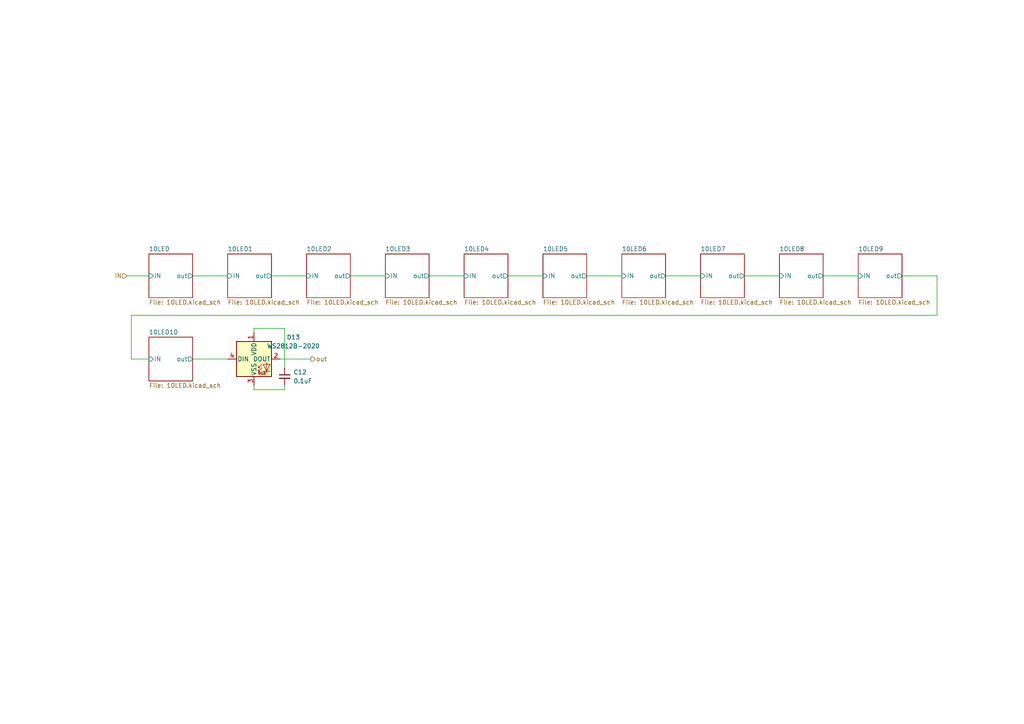
<source format=kicad_sch>
(kicad_sch (version 20231120) (generator "eeschema") (generator_version "8.0")
  (paper "A4")
  (title_block (title "SONY Speaker LED Small") (company "ProductYZ"))
  (lib_symbols
    (symbol "Device:C_Small" (pin_numbers hide) (pin_names (offset 0.254) hide)
      (property "Reference" "C" (at 0.254 1.778 0))
      (property "Value" "C_Small" (at 0.254 -2.032 0))
      (symbol "C_Small_0_1"
        (polyline (pts (xy -1.524 -0.508) (xy 1.524 -0.508)) (stroke (width 0.3302)))
        (polyline (pts (xy -1.524 0.508) (xy 1.524 0.508)) (stroke (width 0.3048)))
      )
      (symbol "C_Small_1_1"
        (pin passive line (at 0 2.54 270) (length 2.032) (name "~") (number "1"))
        (pin passive line (at 0 -2.54 90) (length 2.032) (name "~") (number "2"))
      )
    )
    (symbol "LED:WS2812B" (pin_names (offset 0.254))
      (property "Reference" "D" (at 5.08 5.715 0))
      (property "Value" "WS2812B" (at 1.27 -5.715 0))
      (symbol "WS2812B_0_0"
        (text "RGB" (at 2.286 -4.191 0) (effects (font (size 0.762 0.762))))
      )
      (symbol "WS2812B_0_1"
        (polyline (pts (xy 1.27 -3.556) (xy 1.778 -3.556)))
        (polyline (pts (xy 1.27 -2.54) (xy 1.778 -2.54)))
        (polyline (pts (xy 4.699 -3.556) (xy 2.667 -3.556)))
        (polyline (pts (xy 2.286 -2.54) (xy 1.27 -3.556) (xy 1.27 -3.048)))
        (polyline (pts (xy 2.286 -1.524) (xy 1.27 -2.54) (xy 1.27 -2.032)))
        (polyline (pts (xy 3.683 -1.016) (xy 3.683 -3.556) (xy 3.683 -4.064)))
        (polyline (pts (xy 4.699 -1.524) (xy 2.667 -1.524) (xy 3.683 -3.556) (xy 4.699 -1.524)))
        (rectangle (start 5.08 5.08) (end -5.08 -5.08) (stroke (width 0.254)) (fill (type background)))
      )
      (symbol "WS2812B_1_1"
        (pin power_in line (at 0 7.62 270) (length 2.54) (name "VDD") (number "1"))
        (pin output line (at 7.62 0 180) (length 2.54) (name "DOUT") (number "2"))
        (pin power_in line (at 0 -7.62 90) (length 2.54) (name "VSS") (number "3"))
        (pin input line (at -7.62 0 0) (length 2.54) (name "DIN") (number "4"))
      )
    )
  )
  (wire (pts (xy 101.6 80.01) (xy 111.76 80.01)))
  (wire (pts (xy 36.83 80.01) (xy 43.18 80.01)))
  (wire (pts (xy 81.28 104.14) (xy 90.17 104.14)))
  (wire (pts (xy 38.1 91.44) (xy 38.1 104.14)))
  (wire (pts (xy 73.66 111.76) (xy 73.66 113.03)))
  (wire (pts (xy 55.88 104.14) (xy 66.04 104.14)))
  (wire (pts (xy 82.55 113.03) (xy 82.55 111.76)))
  (wire (pts (xy 124.46 80.01) (xy 134.62 80.01)))
  (wire (pts (xy 38.1 104.14) (xy 43.18 104.14)))
  (wire (pts (xy 73.66 95.25) (xy 82.55 95.25)))
  (wire (pts (xy 55.88 80.01) (xy 66.04 80.01)))
  (wire (pts (xy 238.76 80.01) (xy 248.92 80.01)))
  (wire (pts (xy 261.62 80.01) (xy 271.78 80.01)))
  (wire (pts (xy 170.18 80.01) (xy 180.34 80.01)))
  (wire (pts (xy 147.32 80.01) (xy 157.48 80.01)))
  (wire (pts (xy 271.78 80.01) (xy 271.78 91.44)))
  (wire (pts (xy 73.66 113.03) (xy 82.55 113.03)))
  (wire (pts (xy 78.74 80.01) (xy 88.9 80.01)))
  (wire (pts (xy 193.04 80.01) (xy 203.2 80.01)))
  (wire (pts (xy 82.55 95.25) (xy 82.55 106.68)))
  (wire (pts (xy 215.9 80.01) (xy 226.06 80.01)))
  (wire (pts (xy 271.78 91.44) (xy 38.1 91.44)))
  (wire (pts (xy 73.66 96.52) (xy 73.66 95.25)))
  (hierarchical_label "out" (shape output) (at 90.17 104.14 0))
  (hierarchical_label "IN" (shape input) (at 36.83 80.01 180))
  (symbol (lib_id "Device:C_Small") (at 82.55 109.22 0) (unit 1)
    (property "Reference" "C12" (at 85.09 107.9562 0) (effects (justify left)))
    (property "Value" "0.1uF" (at 85.09 110.4962 0) (effects (justify left)))
    (property "Description" "Unpolarized capacitor, small symbol" (effects (hide yes)))
  )
  (symbol (lib_id "LED:WS2812B") (at 73.66 104.14 0) (unit 1)
    (property "Reference" "D13" (at 85.09 97.8214 0))
    (property "Value" "WS2812B-2020" (at 85.09 100.3614 0))
    (property "Footprint" "LED_SMD:LED_WS2812B_PLCC4_5.0x5.0mm_P3.2mm" (effects (hide yes)))
    (property "Datasheet" "https://cdn-shop.adafruit.com/datasheets/WS2812B.pdf" (effects (hide yes)))
    (property "Description" "RGB LED with integrated controller" (effects (hide yes)))
  )
  (sheet (at 226.06 73.66) (size 12.7 12.7) (stroke (width 0.1524))
    (property "Sheetname" "10LED8" (at 226.06 72.9484 0) (effects (justify left bottom)))
    (property "Sheetfile" "10LED.kicad_sch" (at 226.06 86.9446 0) (effects (justify left top)))
    (pin "out" output (at 238.76 80.01 0))
    (pin "IN" input (at 226.06 80.01 180))
  )
  (sheet (at 248.92 73.66) (size 12.7 12.7) (stroke (width 0.1524))
    (property "Sheetname" "10LED9" (at 248.92 72.9484 0) (effects (justify left bottom)))
    (property "Sheetfile" "10LED.kicad_sch" (at 248.92 86.9446 0) (effects (justify left top)))
    (pin "out" output (at 261.62 80.01 0))
    (pin "IN" input (at 248.92 80.01 180))
  )
  (sheet (at 180.34 73.66) (size 12.7 12.7) (stroke (width 0.1524))
    (property "Sheetname" "10LED6" (at 180.34 72.9484 0) (effects (justify left bottom)))
    (property "Sheetfile" "10LED.kicad_sch" (at 180.34 86.9446 0) (effects (justify left top)))
    (pin "out" output (at 193.04 80.01 0))
    (pin "IN" input (at 180.34 80.01 180))
  )
  (sheet (at 111.76 73.66) (size 12.7 12.7) (stroke (width 0.1524))
    (property "Sheetname" "10LED3" (at 111.76 72.9484 0) (effects (justify left bottom)))
    (property "Sheetfile" "10LED.kicad_sch" (at 111.76 86.9446 0) (effects (justify left top)))
    (pin "out" output (at 124.46 80.01 0))
    (pin "IN" input (at 111.76 80.01 180))
  )
  (sheet (at 203.2 73.66) (size 12.7 12.7) (stroke (width 0.1524))
    (property "Sheetname" "10LED7" (at 203.2 72.9484 0) (effects (justify left bottom)))
    (property "Sheetfile" "10LED.kicad_sch" (at 203.2 86.9446 0) (effects (justify left top)))
    (pin "out" output (at 215.9 80.01 0))
    (pin "IN" input (at 203.2 80.01 180))
  )
  (sheet (at 157.48 73.66) (size 12.7 12.7) (stroke (width 0.1524))
    (property "Sheetname" "10LED5" (at 157.48 72.9484 0) (effects (justify left bottom)))
    (property "Sheetfile" "10LED.kicad_sch" (at 157.48 86.9446 0) (effects (justify left top)))
    (pin "out" output (at 170.18 80.01 0))
    (pin "IN" input (at 157.48 80.01 180))
  )
  (sheet (at 88.9 73.66) (size 12.7 12.7) (stroke (width 0.1524))
    (property "Sheetname" "10LED2" (at 88.9 72.9484 0) (effects (justify left bottom)))
    (property "Sheetfile" "10LED.kicad_sch" (at 88.9 86.9446 0) (effects (justify left top)))
    (pin "out" output (at 101.6 80.01 0))
    (pin "IN" input (at 88.9 80.01 180))
  )
  (sheet (at 43.18 73.66) (size 12.7 12.7) (stroke (width 0.1524))
    (property "Sheetname" "10LED" (at 43.18 72.9484 0) (effects (justify left bottom)))
    (property "Sheetfile" "10LED.kicad_sch" (at 43.18 86.9446 0) (effects (justify left top)))
    (pin "out" output (at 55.88 80.01 0))
    (pin "IN" input (at 43.18 80.01 180))
  )
  (sheet (at 66.04 73.66) (size 12.7 12.7) (stroke (width 0.1524))
    (property "Sheetname" "10LED1" (at 66.04 72.9484 0) (effects (justify left bottom)))
    (property "Sheetfile" "10LED.kicad_sch" (at 66.04 86.9446 0) (effects (justify left top)))
    (pin "out" output (at 78.74 80.01 0))
    (pin "IN" input (at 66.04 80.01 180))
  )
  (sheet (at 134.62 73.66) (size 12.7 12.7) (stroke (width 0.1524))
    (property "Sheetname" "10LED4" (at 134.62 72.9484 0) (effects (justify left bottom)))
    (property "Sheetfile" "10LED.kicad_sch" (at 134.62 86.9446 0) (effects (justify left top)))
    (pin "out" output (at 147.32 80.01 0))
    (pin "IN" input (at 134.62 80.01 180))
  )
  (sheet (at 43.18 97.79) (size 12.7 12.7) (stroke (width 0.1524))
    (property "Sheetname" "10LED10" (at 43.18 97.0784 0) (effects (justify left bottom)))
    (property "Sheetfile" "10LED.kicad_sch" (at 43.18 111.0746 0) (effects (justify left top)))
    (pin "out" output (at 55.88 104.14 0))
    (pin "IN" input (at 43.18 104.14 180))
  )
)
</source>
